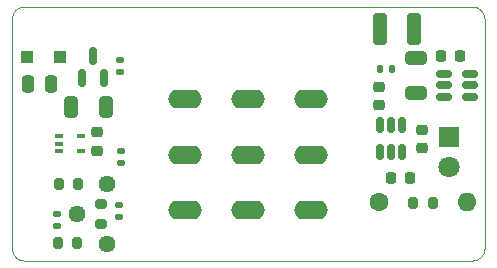
<source format=gbr>
%TF.GenerationSoftware,KiCad,Pcbnew,9.0.2*%
%TF.CreationDate,2025-10-05T19:26:47-07:00*%
%TF.ProjectId,3pdt-pwr-breakout-neg-V2,33706474-2d70-4777-922d-627265616b6f,rev?*%
%TF.SameCoordinates,PX2d4cae0PY8d9ee20*%
%TF.FileFunction,Soldermask,Bot*%
%TF.FilePolarity,Negative*%
%FSLAX46Y46*%
G04 Gerber Fmt 4.6, Leading zero omitted, Abs format (unit mm)*
G04 Created by KiCad (PCBNEW 9.0.2) date 2025-10-05 19:26:47*
%MOMM*%
%LPD*%
G01*
G04 APERTURE LIST*
G04 Aperture macros list*
%AMRoundRect*
0 Rectangle with rounded corners*
0 $1 Rounding radius*
0 $2 $3 $4 $5 $6 $7 $8 $9 X,Y pos of 4 corners*
0 Add a 4 corners polygon primitive as box body*
4,1,4,$2,$3,$4,$5,$6,$7,$8,$9,$2,$3,0*
0 Add four circle primitives for the rounded corners*
1,1,$1+$1,$2,$3*
1,1,$1+$1,$4,$5*
1,1,$1+$1,$6,$7*
1,1,$1+$1,$8,$9*
0 Add four rect primitives between the rounded corners*
20,1,$1+$1,$2,$3,$4,$5,0*
20,1,$1+$1,$4,$5,$6,$7,0*
20,1,$1+$1,$6,$7,$8,$9,0*
20,1,$1+$1,$8,$9,$2,$3,0*%
G04 Aperture macros list end*
%ADD10RoundRect,0.225000X0.225000X0.250000X-0.225000X0.250000X-0.225000X-0.250000X0.225000X-0.250000X0*%
%ADD11RoundRect,0.100000X-0.225000X-0.100000X0.225000X-0.100000X0.225000X0.100000X-0.225000X0.100000X0*%
%ADD12RoundRect,0.135000X0.135000X0.185000X-0.135000X0.185000X-0.135000X-0.185000X0.135000X-0.185000X0*%
%ADD13RoundRect,0.225000X-0.250000X0.225000X-0.250000X-0.225000X0.250000X-0.225000X0.250000X0.225000X0*%
%ADD14RoundRect,0.200000X-0.200000X-0.275000X0.200000X-0.275000X0.200000X0.275000X-0.200000X0.275000X0*%
%ADD15RoundRect,0.150000X-0.512500X-0.150000X0.512500X-0.150000X0.512500X0.150000X-0.512500X0.150000X0*%
%ADD16RoundRect,0.250000X-0.325000X-0.650000X0.325000X-0.650000X0.325000X0.650000X-0.325000X0.650000X0*%
%ADD17RoundRect,0.225000X0.250000X-0.225000X0.250000X0.225000X-0.250000X0.225000X-0.250000X-0.225000X0*%
%ADD18RoundRect,0.250000X0.300000X0.300000X-0.300000X0.300000X-0.300000X-0.300000X0.300000X-0.300000X0*%
%ADD19RoundRect,0.250000X-0.325000X-1.100000X0.325000X-1.100000X0.325000X1.100000X-0.325000X1.100000X0*%
%ADD20RoundRect,0.150000X0.150000X-0.587500X0.150000X0.587500X-0.150000X0.587500X-0.150000X-0.587500X0*%
%ADD21RoundRect,0.250000X0.650000X-0.325000X0.650000X0.325000X-0.650000X0.325000X-0.650000X-0.325000X0*%
%ADD22RoundRect,0.135000X0.185000X-0.135000X0.185000X0.135000X-0.185000X0.135000X-0.185000X-0.135000X0*%
%ADD23RoundRect,0.135000X-0.185000X0.135000X-0.185000X-0.135000X0.185000X-0.135000X0.185000X0.135000X0*%
%ADD24RoundRect,0.200000X0.275000X-0.200000X0.275000X0.200000X-0.275000X0.200000X-0.275000X-0.200000X0*%
%ADD25RoundRect,0.250000X0.250000X0.475000X-0.250000X0.475000X-0.250000X-0.475000X0.250000X-0.475000X0*%
%ADD26O,2.850000X1.600000*%
%ADD27RoundRect,0.140000X-0.170000X0.140000X-0.170000X-0.140000X0.170000X-0.140000X0.170000X0.140000X0*%
%ADD28R,1.800000X1.800000*%
%ADD29C,1.800000*%
%ADD30RoundRect,0.150000X-0.150000X0.512500X-0.150000X-0.512500X0.150000X-0.512500X0.150000X0.512500X0*%
%ADD31C,1.600000*%
%ADD32O,1.600000X1.600000*%
%ADD33C,1.440000*%
%TA.AperFunction,Profile*%
%ADD34C,0.100000*%
%TD*%
G04 APERTURE END LIST*
D10*
%TO.C,C4*%
X32071165Y7071065D03*
X33621165Y7071065D03*
%TD*%
D11*
%TO.C,U1*%
X5800000Y9300000D03*
X5800000Y10600000D03*
X3900000Y10600000D03*
X3900000Y9950000D03*
X3900000Y9300000D03*
%TD*%
D12*
%TO.C,R9*%
X32150000Y16296750D03*
X31130000Y16296750D03*
%TD*%
D13*
%TO.C,C10*%
X7200000Y10900000D03*
X7200000Y9350000D03*
%TD*%
%TO.C,C6*%
X31000000Y14775000D03*
X31000000Y13225000D03*
%TD*%
D14*
%TO.C,R2*%
X33925000Y4950000D03*
X35575000Y4950000D03*
%TD*%
D15*
%TO.C,U3*%
X36500000Y13918250D03*
X36500000Y14868250D03*
X36500000Y15818250D03*
X38775000Y15818250D03*
X38775000Y14868250D03*
X38775000Y13918250D03*
%TD*%
D14*
%TO.C,R7*%
X3925000Y6500000D03*
X5575000Y6500000D03*
%TD*%
D10*
%TO.C,C7*%
X37862500Y17396750D03*
X36312500Y17396750D03*
%TD*%
D16*
%TO.C,C2*%
X5000000Y13000000D03*
X7950000Y13000000D03*
%TD*%
D17*
%TO.C,C5*%
X34679499Y9585000D03*
X34679499Y11135000D03*
%TD*%
D18*
%TO.C,D1*%
X4050000Y17250000D03*
X1250000Y17250000D03*
%TD*%
D19*
%TO.C,C9*%
X31085000Y19656750D03*
X34035000Y19656750D03*
%TD*%
D20*
%TO.C,Q1*%
X7750000Y15500000D03*
X5850000Y15500000D03*
X6800000Y17375000D03*
%TD*%
D21*
%TO.C,C8*%
X34206750Y14215000D03*
X34206750Y17165000D03*
%TD*%
D14*
%TO.C,R8*%
X3850000Y1500000D03*
X5500000Y1500000D03*
%TD*%
D22*
%TO.C,R4*%
X3750000Y3000000D03*
X3750000Y4020000D03*
%TD*%
D23*
%TO.C,R5*%
X9000000Y4770000D03*
X9000000Y3750000D03*
%TD*%
D24*
%TO.C,R6*%
X7480000Y3175000D03*
X7480000Y4825000D03*
%TD*%
D25*
%TO.C,C1*%
X3250000Y15000000D03*
X1350000Y15000000D03*
%TD*%
D26*
%TO.C,SW1*%
X14650000Y13700000D03*
X14650000Y9000000D03*
X14650000Y4300000D03*
X19950000Y13700000D03*
X19950000Y9000000D03*
X19950000Y4300000D03*
X25250000Y13700000D03*
X25250000Y9000000D03*
X25250000Y4300000D03*
%TD*%
D27*
%TO.C,C3*%
X9200000Y9300000D03*
X9200000Y8340000D03*
%TD*%
D28*
%TO.C,D2*%
X37000000Y10525000D03*
D29*
X37000000Y7985000D03*
%TD*%
D30*
%TO.C,U2*%
X31105999Y11487500D03*
X32055999Y11487500D03*
X33005999Y11487500D03*
X33005999Y9212500D03*
X32055999Y9212500D03*
X31105999Y9212500D03*
%TD*%
D22*
%TO.C,R3*%
X9100000Y16000000D03*
X9100000Y17020000D03*
%TD*%
D31*
%TO.C,R1*%
X31000000Y5000000D03*
D32*
X38500000Y5000000D03*
%TD*%
D33*
%TO.C,RV1*%
X8040000Y1460000D03*
X5500000Y4000000D03*
X8040000Y6540000D03*
%TD*%
D34*
X1000000Y21500000D02*
X39000000Y21500000D01*
X39000000Y0D02*
X1000000Y0D01*
X1000000Y0D02*
G75*
G02*
X0Y1000000I0J1000000D01*
G01*
X40000000Y20500000D02*
X40000000Y1000000D01*
X39000000Y21500000D02*
G75*
G02*
X40000000Y20500000I0J-1000000D01*
G01*
X0Y1000000D02*
X0Y20500000D01*
X0Y20500000D02*
G75*
G02*
X1000000Y21500000I1000000J0D01*
G01*
X40000000Y1000000D02*
G75*
G02*
X39000000Y0I-1000000J0D01*
G01*
M02*

</source>
